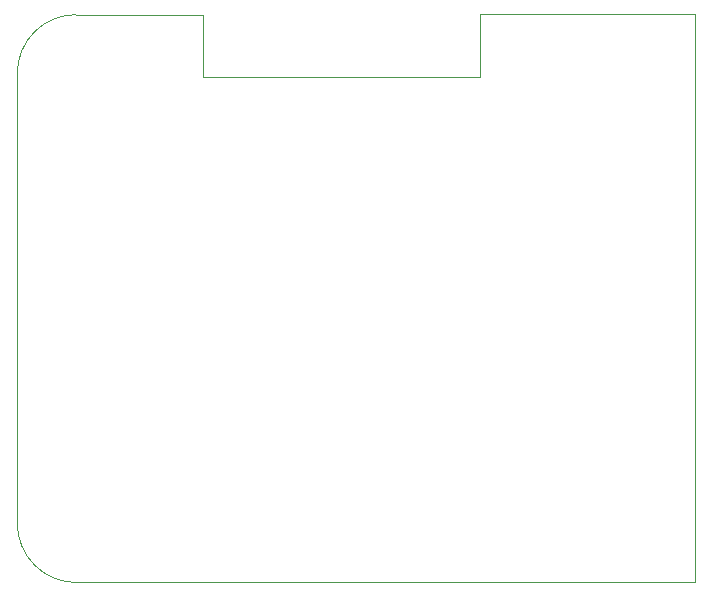
<source format=gbr>
%TF.GenerationSoftware,KiCad,Pcbnew,7.0.11+dfsg-1*%
%TF.CreationDate,2024-04-27T01:01:37+02:00*%
%TF.ProjectId,door_open_alarm,646f6f72-5f6f-4706-956e-5f616c61726d,rev?*%
%TF.SameCoordinates,Original*%
%TF.FileFunction,Profile,NP*%
%FSLAX46Y46*%
G04 Gerber Fmt 4.6, Leading zero omitted, Abs format (unit mm)*
G04 Created by KiCad (PCBNEW 7.0.11+dfsg-1) date 2024-04-27 01:01:37*
%MOMM*%
%LPD*%
G01*
G04 APERTURE LIST*
%TA.AperFunction,Profile*%
%ADD10C,0.050000*%
%TD*%
G04 APERTURE END LIST*
D10*
X81900000Y-107180000D02*
X81900000Y-69088000D01*
X121075000Y-64100000D02*
X139300000Y-64100000D01*
X81899940Y-107180000D02*
G75*
G03*
X86900000Y-112200000I5000060J-19900D01*
G01*
X139300000Y-112200000D02*
X86900000Y-112200000D01*
X97643856Y-69410000D02*
X121080000Y-69410000D01*
X121075000Y-69410000D02*
X121075000Y-64100000D01*
X97639452Y-64120000D02*
X97639452Y-69410000D01*
X86868000Y-64120000D02*
X97639452Y-64120000D01*
X86868000Y-64120000D02*
G75*
G03*
X81900000Y-69088000I0J-4968000D01*
G01*
X139300000Y-64100000D02*
X139300000Y-112200000D01*
M02*

</source>
